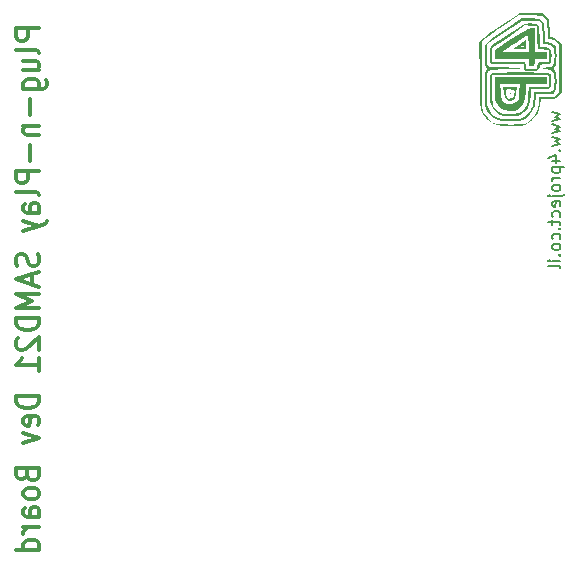
<source format=gbo>
%TF.GenerationSoftware,KiCad,Pcbnew,8.0.6-8.0.6-0~ubuntu22.04.1*%
%TF.CreationDate,2024-11-21T09:47:25+02:00*%
%TF.ProjectId,SAMD21_Dev_Board,53414d44-3231-45f4-9465-765f426f6172,rev?*%
%TF.SameCoordinates,Original*%
%TF.FileFunction,Legend,Bot*%
%TF.FilePolarity,Positive*%
%FSLAX46Y46*%
G04 Gerber Fmt 4.6, Leading zero omitted, Abs format (unit mm)*
G04 Created by KiCad (PCBNEW 8.0.6-8.0.6-0~ubuntu22.04.1) date 2024-11-21 09:47:25*
%MOMM*%
%LPD*%
G01*
G04 APERTURE LIST*
%ADD10C,0.300000*%
%ADD11C,0.200000*%
%ADD12C,0.000000*%
G04 APERTURE END LIST*
D10*
X86353638Y-62585939D02*
X84353638Y-62585939D01*
X84353638Y-62585939D02*
X84353638Y-63271653D01*
X84353638Y-63271653D02*
X84448876Y-63443082D01*
X84448876Y-63443082D02*
X84544114Y-63528796D01*
X84544114Y-63528796D02*
X84734590Y-63614510D01*
X84734590Y-63614510D02*
X85020304Y-63614510D01*
X85020304Y-63614510D02*
X85210780Y-63528796D01*
X85210780Y-63528796D02*
X85306019Y-63443082D01*
X85306019Y-63443082D02*
X85401257Y-63271653D01*
X85401257Y-63271653D02*
X85401257Y-62585939D01*
X86353638Y-64643082D02*
X86258400Y-64471653D01*
X86258400Y-64471653D02*
X86067923Y-64385939D01*
X86067923Y-64385939D02*
X84353638Y-64385939D01*
X85020304Y-66100225D02*
X86353638Y-66100225D01*
X85020304Y-65328796D02*
X86067923Y-65328796D01*
X86067923Y-65328796D02*
X86258400Y-65414510D01*
X86258400Y-65414510D02*
X86353638Y-65585939D01*
X86353638Y-65585939D02*
X86353638Y-65843082D01*
X86353638Y-65843082D02*
X86258400Y-66014510D01*
X86258400Y-66014510D02*
X86163161Y-66100225D01*
X85020304Y-67728796D02*
X86639352Y-67728796D01*
X86639352Y-67728796D02*
X86829828Y-67643081D01*
X86829828Y-67643081D02*
X86925066Y-67557367D01*
X86925066Y-67557367D02*
X87020304Y-67385938D01*
X87020304Y-67385938D02*
X87020304Y-67128796D01*
X87020304Y-67128796D02*
X86925066Y-66957367D01*
X86258400Y-67728796D02*
X86353638Y-67557367D01*
X86353638Y-67557367D02*
X86353638Y-67214510D01*
X86353638Y-67214510D02*
X86258400Y-67043081D01*
X86258400Y-67043081D02*
X86163161Y-66957367D01*
X86163161Y-66957367D02*
X85972685Y-66871653D01*
X85972685Y-66871653D02*
X85401257Y-66871653D01*
X85401257Y-66871653D02*
X85210780Y-66957367D01*
X85210780Y-66957367D02*
X85115542Y-67043081D01*
X85115542Y-67043081D02*
X85020304Y-67214510D01*
X85020304Y-67214510D02*
X85020304Y-67557367D01*
X85020304Y-67557367D02*
X85115542Y-67728796D01*
X85591733Y-68585938D02*
X85591733Y-69957367D01*
X85020304Y-70814509D02*
X86353638Y-70814509D01*
X85210780Y-70814509D02*
X85115542Y-70900223D01*
X85115542Y-70900223D02*
X85020304Y-71071652D01*
X85020304Y-71071652D02*
X85020304Y-71328795D01*
X85020304Y-71328795D02*
X85115542Y-71500223D01*
X85115542Y-71500223D02*
X85306019Y-71585938D01*
X85306019Y-71585938D02*
X86353638Y-71585938D01*
X85591733Y-72443080D02*
X85591733Y-73814509D01*
X86353638Y-74671651D02*
X84353638Y-74671651D01*
X84353638Y-74671651D02*
X84353638Y-75357365D01*
X84353638Y-75357365D02*
X84448876Y-75528794D01*
X84448876Y-75528794D02*
X84544114Y-75614508D01*
X84544114Y-75614508D02*
X84734590Y-75700222D01*
X84734590Y-75700222D02*
X85020304Y-75700222D01*
X85020304Y-75700222D02*
X85210780Y-75614508D01*
X85210780Y-75614508D02*
X85306019Y-75528794D01*
X85306019Y-75528794D02*
X85401257Y-75357365D01*
X85401257Y-75357365D02*
X85401257Y-74671651D01*
X86353638Y-76728794D02*
X86258400Y-76557365D01*
X86258400Y-76557365D02*
X86067923Y-76471651D01*
X86067923Y-76471651D02*
X84353638Y-76471651D01*
X86353638Y-78185937D02*
X85306019Y-78185937D01*
X85306019Y-78185937D02*
X85115542Y-78100222D01*
X85115542Y-78100222D02*
X85020304Y-77928794D01*
X85020304Y-77928794D02*
X85020304Y-77585937D01*
X85020304Y-77585937D02*
X85115542Y-77414508D01*
X86258400Y-78185937D02*
X86353638Y-78014508D01*
X86353638Y-78014508D02*
X86353638Y-77585937D01*
X86353638Y-77585937D02*
X86258400Y-77414508D01*
X86258400Y-77414508D02*
X86067923Y-77328794D01*
X86067923Y-77328794D02*
X85877447Y-77328794D01*
X85877447Y-77328794D02*
X85686971Y-77414508D01*
X85686971Y-77414508D02*
X85591733Y-77585937D01*
X85591733Y-77585937D02*
X85591733Y-78014508D01*
X85591733Y-78014508D02*
X85496495Y-78185937D01*
X85020304Y-78871650D02*
X86353638Y-79300222D01*
X85020304Y-79728793D02*
X86353638Y-79300222D01*
X86353638Y-79300222D02*
X86829828Y-79128793D01*
X86829828Y-79128793D02*
X86925066Y-79043079D01*
X86925066Y-79043079D02*
X87020304Y-78871650D01*
X86258400Y-81700223D02*
X86353638Y-81957366D01*
X86353638Y-81957366D02*
X86353638Y-82385937D01*
X86353638Y-82385937D02*
X86258400Y-82557366D01*
X86258400Y-82557366D02*
X86163161Y-82643080D01*
X86163161Y-82643080D02*
X85972685Y-82728794D01*
X85972685Y-82728794D02*
X85782209Y-82728794D01*
X85782209Y-82728794D02*
X85591733Y-82643080D01*
X85591733Y-82643080D02*
X85496495Y-82557366D01*
X85496495Y-82557366D02*
X85401257Y-82385937D01*
X85401257Y-82385937D02*
X85306019Y-82043080D01*
X85306019Y-82043080D02*
X85210780Y-81871651D01*
X85210780Y-81871651D02*
X85115542Y-81785937D01*
X85115542Y-81785937D02*
X84925066Y-81700223D01*
X84925066Y-81700223D02*
X84734590Y-81700223D01*
X84734590Y-81700223D02*
X84544114Y-81785937D01*
X84544114Y-81785937D02*
X84448876Y-81871651D01*
X84448876Y-81871651D02*
X84353638Y-82043080D01*
X84353638Y-82043080D02*
X84353638Y-82471651D01*
X84353638Y-82471651D02*
X84448876Y-82728794D01*
X85782209Y-83414509D02*
X85782209Y-84271652D01*
X86353638Y-83243080D02*
X84353638Y-83843080D01*
X84353638Y-83843080D02*
X86353638Y-84443080D01*
X86353638Y-85043080D02*
X84353638Y-85043080D01*
X84353638Y-85043080D02*
X85782209Y-85643080D01*
X85782209Y-85643080D02*
X84353638Y-86243080D01*
X84353638Y-86243080D02*
X86353638Y-86243080D01*
X86353638Y-87100223D02*
X84353638Y-87100223D01*
X84353638Y-87100223D02*
X84353638Y-87528794D01*
X84353638Y-87528794D02*
X84448876Y-87785937D01*
X84448876Y-87785937D02*
X84639352Y-87957366D01*
X84639352Y-87957366D02*
X84829828Y-88043080D01*
X84829828Y-88043080D02*
X85210780Y-88128794D01*
X85210780Y-88128794D02*
X85496495Y-88128794D01*
X85496495Y-88128794D02*
X85877447Y-88043080D01*
X85877447Y-88043080D02*
X86067923Y-87957366D01*
X86067923Y-87957366D02*
X86258400Y-87785937D01*
X86258400Y-87785937D02*
X86353638Y-87528794D01*
X86353638Y-87528794D02*
X86353638Y-87100223D01*
X84544114Y-88814509D02*
X84448876Y-88900223D01*
X84448876Y-88900223D02*
X84353638Y-89071652D01*
X84353638Y-89071652D02*
X84353638Y-89500223D01*
X84353638Y-89500223D02*
X84448876Y-89671652D01*
X84448876Y-89671652D02*
X84544114Y-89757366D01*
X84544114Y-89757366D02*
X84734590Y-89843080D01*
X84734590Y-89843080D02*
X84925066Y-89843080D01*
X84925066Y-89843080D02*
X85210780Y-89757366D01*
X85210780Y-89757366D02*
X86353638Y-88728794D01*
X86353638Y-88728794D02*
X86353638Y-89843080D01*
X86353638Y-91557366D02*
X86353638Y-90528795D01*
X86353638Y-91043080D02*
X84353638Y-91043080D01*
X84353638Y-91043080D02*
X84639352Y-90871652D01*
X84639352Y-90871652D02*
X84829828Y-90700223D01*
X84829828Y-90700223D02*
X84925066Y-90528795D01*
X86353638Y-93700224D02*
X84353638Y-93700224D01*
X84353638Y-93700224D02*
X84353638Y-94128795D01*
X84353638Y-94128795D02*
X84448876Y-94385938D01*
X84448876Y-94385938D02*
X84639352Y-94557367D01*
X84639352Y-94557367D02*
X84829828Y-94643081D01*
X84829828Y-94643081D02*
X85210780Y-94728795D01*
X85210780Y-94728795D02*
X85496495Y-94728795D01*
X85496495Y-94728795D02*
X85877447Y-94643081D01*
X85877447Y-94643081D02*
X86067923Y-94557367D01*
X86067923Y-94557367D02*
X86258400Y-94385938D01*
X86258400Y-94385938D02*
X86353638Y-94128795D01*
X86353638Y-94128795D02*
X86353638Y-93700224D01*
X86258400Y-96185938D02*
X86353638Y-96014510D01*
X86353638Y-96014510D02*
X86353638Y-95671653D01*
X86353638Y-95671653D02*
X86258400Y-95500224D01*
X86258400Y-95500224D02*
X86067923Y-95414510D01*
X86067923Y-95414510D02*
X85306019Y-95414510D01*
X85306019Y-95414510D02*
X85115542Y-95500224D01*
X85115542Y-95500224D02*
X85020304Y-95671653D01*
X85020304Y-95671653D02*
X85020304Y-96014510D01*
X85020304Y-96014510D02*
X85115542Y-96185938D01*
X85115542Y-96185938D02*
X85306019Y-96271653D01*
X85306019Y-96271653D02*
X85496495Y-96271653D01*
X85496495Y-96271653D02*
X85686971Y-95414510D01*
X85020304Y-96871652D02*
X86353638Y-97300224D01*
X86353638Y-97300224D02*
X85020304Y-97728795D01*
X85306019Y-100385939D02*
X85401257Y-100643082D01*
X85401257Y-100643082D02*
X85496495Y-100728796D01*
X85496495Y-100728796D02*
X85686971Y-100814510D01*
X85686971Y-100814510D02*
X85972685Y-100814510D01*
X85972685Y-100814510D02*
X86163161Y-100728796D01*
X86163161Y-100728796D02*
X86258400Y-100643082D01*
X86258400Y-100643082D02*
X86353638Y-100471653D01*
X86353638Y-100471653D02*
X86353638Y-99785939D01*
X86353638Y-99785939D02*
X84353638Y-99785939D01*
X84353638Y-99785939D02*
X84353638Y-100385939D01*
X84353638Y-100385939D02*
X84448876Y-100557368D01*
X84448876Y-100557368D02*
X84544114Y-100643082D01*
X84544114Y-100643082D02*
X84734590Y-100728796D01*
X84734590Y-100728796D02*
X84925066Y-100728796D01*
X84925066Y-100728796D02*
X85115542Y-100643082D01*
X85115542Y-100643082D02*
X85210780Y-100557368D01*
X85210780Y-100557368D02*
X85306019Y-100385939D01*
X85306019Y-100385939D02*
X85306019Y-99785939D01*
X86353638Y-101843082D02*
X86258400Y-101671653D01*
X86258400Y-101671653D02*
X86163161Y-101585939D01*
X86163161Y-101585939D02*
X85972685Y-101500225D01*
X85972685Y-101500225D02*
X85401257Y-101500225D01*
X85401257Y-101500225D02*
X85210780Y-101585939D01*
X85210780Y-101585939D02*
X85115542Y-101671653D01*
X85115542Y-101671653D02*
X85020304Y-101843082D01*
X85020304Y-101843082D02*
X85020304Y-102100225D01*
X85020304Y-102100225D02*
X85115542Y-102271653D01*
X85115542Y-102271653D02*
X85210780Y-102357368D01*
X85210780Y-102357368D02*
X85401257Y-102443082D01*
X85401257Y-102443082D02*
X85972685Y-102443082D01*
X85972685Y-102443082D02*
X86163161Y-102357368D01*
X86163161Y-102357368D02*
X86258400Y-102271653D01*
X86258400Y-102271653D02*
X86353638Y-102100225D01*
X86353638Y-102100225D02*
X86353638Y-101843082D01*
X86353638Y-103985939D02*
X85306019Y-103985939D01*
X85306019Y-103985939D02*
X85115542Y-103900224D01*
X85115542Y-103900224D02*
X85020304Y-103728796D01*
X85020304Y-103728796D02*
X85020304Y-103385939D01*
X85020304Y-103385939D02*
X85115542Y-103214510D01*
X86258400Y-103985939D02*
X86353638Y-103814510D01*
X86353638Y-103814510D02*
X86353638Y-103385939D01*
X86353638Y-103385939D02*
X86258400Y-103214510D01*
X86258400Y-103214510D02*
X86067923Y-103128796D01*
X86067923Y-103128796D02*
X85877447Y-103128796D01*
X85877447Y-103128796D02*
X85686971Y-103214510D01*
X85686971Y-103214510D02*
X85591733Y-103385939D01*
X85591733Y-103385939D02*
X85591733Y-103814510D01*
X85591733Y-103814510D02*
X85496495Y-103985939D01*
X86353638Y-104843081D02*
X85020304Y-104843081D01*
X85401257Y-104843081D02*
X85210780Y-104928795D01*
X85210780Y-104928795D02*
X85115542Y-105014510D01*
X85115542Y-105014510D02*
X85020304Y-105185938D01*
X85020304Y-105185938D02*
X85020304Y-105357367D01*
X86353638Y-106728796D02*
X84353638Y-106728796D01*
X86258400Y-106728796D02*
X86353638Y-106557367D01*
X86353638Y-106557367D02*
X86353638Y-106214510D01*
X86353638Y-106214510D02*
X86258400Y-106043081D01*
X86258400Y-106043081D02*
X86163161Y-105957367D01*
X86163161Y-105957367D02*
X85972685Y-105871653D01*
X85972685Y-105871653D02*
X85401257Y-105871653D01*
X85401257Y-105871653D02*
X85210780Y-105957367D01*
X85210780Y-105957367D02*
X85115542Y-106043081D01*
X85115542Y-106043081D02*
X85020304Y-106214510D01*
X85020304Y-106214510D02*
X85020304Y-106557367D01*
X85020304Y-106557367D02*
X85115542Y-106728796D01*
D11*
X129800552Y-69674435D02*
X130467219Y-69864911D01*
X130467219Y-69864911D02*
X129991028Y-70055387D01*
X129991028Y-70055387D02*
X130467219Y-70245863D01*
X130467219Y-70245863D02*
X129800552Y-70436339D01*
X129800552Y-70722054D02*
X130467219Y-70912530D01*
X130467219Y-70912530D02*
X129991028Y-71103006D01*
X129991028Y-71103006D02*
X130467219Y-71293482D01*
X130467219Y-71293482D02*
X129800552Y-71483958D01*
X129800552Y-71769673D02*
X130467219Y-71960149D01*
X130467219Y-71960149D02*
X129991028Y-72150625D01*
X129991028Y-72150625D02*
X130467219Y-72341101D01*
X130467219Y-72341101D02*
X129800552Y-72531577D01*
X130371980Y-72912530D02*
X130419600Y-72960149D01*
X130419600Y-72960149D02*
X130467219Y-72912530D01*
X130467219Y-72912530D02*
X130419600Y-72864911D01*
X130419600Y-72864911D02*
X130371980Y-72912530D01*
X130371980Y-72912530D02*
X130467219Y-72912530D01*
X129800552Y-73817291D02*
X130467219Y-73817291D01*
X129419600Y-73579196D02*
X130133885Y-73341101D01*
X130133885Y-73341101D02*
X130133885Y-73960148D01*
X129800552Y-74341101D02*
X130800552Y-74341101D01*
X129848171Y-74341101D02*
X129800552Y-74436339D01*
X129800552Y-74436339D02*
X129800552Y-74626815D01*
X129800552Y-74626815D02*
X129848171Y-74722053D01*
X129848171Y-74722053D02*
X129895790Y-74769672D01*
X129895790Y-74769672D02*
X129991028Y-74817291D01*
X129991028Y-74817291D02*
X130276742Y-74817291D01*
X130276742Y-74817291D02*
X130371980Y-74769672D01*
X130371980Y-74769672D02*
X130419600Y-74722053D01*
X130419600Y-74722053D02*
X130467219Y-74626815D01*
X130467219Y-74626815D02*
X130467219Y-74436339D01*
X130467219Y-74436339D02*
X130419600Y-74341101D01*
X130467219Y-75245863D02*
X129800552Y-75245863D01*
X129991028Y-75245863D02*
X129895790Y-75293482D01*
X129895790Y-75293482D02*
X129848171Y-75341101D01*
X129848171Y-75341101D02*
X129800552Y-75436339D01*
X129800552Y-75436339D02*
X129800552Y-75531577D01*
X130467219Y-76007768D02*
X130419600Y-75912530D01*
X130419600Y-75912530D02*
X130371980Y-75864911D01*
X130371980Y-75864911D02*
X130276742Y-75817292D01*
X130276742Y-75817292D02*
X129991028Y-75817292D01*
X129991028Y-75817292D02*
X129895790Y-75864911D01*
X129895790Y-75864911D02*
X129848171Y-75912530D01*
X129848171Y-75912530D02*
X129800552Y-76007768D01*
X129800552Y-76007768D02*
X129800552Y-76150625D01*
X129800552Y-76150625D02*
X129848171Y-76245863D01*
X129848171Y-76245863D02*
X129895790Y-76293482D01*
X129895790Y-76293482D02*
X129991028Y-76341101D01*
X129991028Y-76341101D02*
X130276742Y-76341101D01*
X130276742Y-76341101D02*
X130371980Y-76293482D01*
X130371980Y-76293482D02*
X130419600Y-76245863D01*
X130419600Y-76245863D02*
X130467219Y-76150625D01*
X130467219Y-76150625D02*
X130467219Y-76007768D01*
X129800552Y-76769673D02*
X130657695Y-76769673D01*
X130657695Y-76769673D02*
X130752933Y-76722054D01*
X130752933Y-76722054D02*
X130800552Y-76626816D01*
X130800552Y-76626816D02*
X130800552Y-76579197D01*
X129467219Y-76769673D02*
X129514838Y-76722054D01*
X129514838Y-76722054D02*
X129562457Y-76769673D01*
X129562457Y-76769673D02*
X129514838Y-76817292D01*
X129514838Y-76817292D02*
X129467219Y-76769673D01*
X129467219Y-76769673D02*
X129562457Y-76769673D01*
X130419600Y-77626815D02*
X130467219Y-77531577D01*
X130467219Y-77531577D02*
X130467219Y-77341101D01*
X130467219Y-77341101D02*
X130419600Y-77245863D01*
X130419600Y-77245863D02*
X130324361Y-77198244D01*
X130324361Y-77198244D02*
X129943409Y-77198244D01*
X129943409Y-77198244D02*
X129848171Y-77245863D01*
X129848171Y-77245863D02*
X129800552Y-77341101D01*
X129800552Y-77341101D02*
X129800552Y-77531577D01*
X129800552Y-77531577D02*
X129848171Y-77626815D01*
X129848171Y-77626815D02*
X129943409Y-77674434D01*
X129943409Y-77674434D02*
X130038647Y-77674434D01*
X130038647Y-77674434D02*
X130133885Y-77198244D01*
X130419600Y-78531577D02*
X130467219Y-78436339D01*
X130467219Y-78436339D02*
X130467219Y-78245863D01*
X130467219Y-78245863D02*
X130419600Y-78150625D01*
X130419600Y-78150625D02*
X130371980Y-78103006D01*
X130371980Y-78103006D02*
X130276742Y-78055387D01*
X130276742Y-78055387D02*
X129991028Y-78055387D01*
X129991028Y-78055387D02*
X129895790Y-78103006D01*
X129895790Y-78103006D02*
X129848171Y-78150625D01*
X129848171Y-78150625D02*
X129800552Y-78245863D01*
X129800552Y-78245863D02*
X129800552Y-78436339D01*
X129800552Y-78436339D02*
X129848171Y-78531577D01*
X129800552Y-78817292D02*
X129800552Y-79198244D01*
X129467219Y-78960149D02*
X130324361Y-78960149D01*
X130324361Y-78960149D02*
X130419600Y-79007768D01*
X130419600Y-79007768D02*
X130467219Y-79103006D01*
X130467219Y-79103006D02*
X130467219Y-79198244D01*
X130371980Y-79531578D02*
X130419600Y-79579197D01*
X130419600Y-79579197D02*
X130467219Y-79531578D01*
X130467219Y-79531578D02*
X130419600Y-79483959D01*
X130419600Y-79483959D02*
X130371980Y-79531578D01*
X130371980Y-79531578D02*
X130467219Y-79531578D01*
X130419600Y-80436339D02*
X130467219Y-80341101D01*
X130467219Y-80341101D02*
X130467219Y-80150625D01*
X130467219Y-80150625D02*
X130419600Y-80055387D01*
X130419600Y-80055387D02*
X130371980Y-80007768D01*
X130371980Y-80007768D02*
X130276742Y-79960149D01*
X130276742Y-79960149D02*
X129991028Y-79960149D01*
X129991028Y-79960149D02*
X129895790Y-80007768D01*
X129895790Y-80007768D02*
X129848171Y-80055387D01*
X129848171Y-80055387D02*
X129800552Y-80150625D01*
X129800552Y-80150625D02*
X129800552Y-80341101D01*
X129800552Y-80341101D02*
X129848171Y-80436339D01*
X130467219Y-81007768D02*
X130419600Y-80912530D01*
X130419600Y-80912530D02*
X130371980Y-80864911D01*
X130371980Y-80864911D02*
X130276742Y-80817292D01*
X130276742Y-80817292D02*
X129991028Y-80817292D01*
X129991028Y-80817292D02*
X129895790Y-80864911D01*
X129895790Y-80864911D02*
X129848171Y-80912530D01*
X129848171Y-80912530D02*
X129800552Y-81007768D01*
X129800552Y-81007768D02*
X129800552Y-81150625D01*
X129800552Y-81150625D02*
X129848171Y-81245863D01*
X129848171Y-81245863D02*
X129895790Y-81293482D01*
X129895790Y-81293482D02*
X129991028Y-81341101D01*
X129991028Y-81341101D02*
X130276742Y-81341101D01*
X130276742Y-81341101D02*
X130371980Y-81293482D01*
X130371980Y-81293482D02*
X130419600Y-81245863D01*
X130419600Y-81245863D02*
X130467219Y-81150625D01*
X130467219Y-81150625D02*
X130467219Y-81007768D01*
X130371980Y-81769673D02*
X130419600Y-81817292D01*
X130419600Y-81817292D02*
X130467219Y-81769673D01*
X130467219Y-81769673D02*
X130419600Y-81722054D01*
X130419600Y-81722054D02*
X130371980Y-81769673D01*
X130371980Y-81769673D02*
X130467219Y-81769673D01*
X130467219Y-82245863D02*
X129800552Y-82245863D01*
X129467219Y-82245863D02*
X129514838Y-82198244D01*
X129514838Y-82198244D02*
X129562457Y-82245863D01*
X129562457Y-82245863D02*
X129514838Y-82293482D01*
X129514838Y-82293482D02*
X129467219Y-82245863D01*
X129467219Y-82245863D02*
X129562457Y-82245863D01*
X130467219Y-82864910D02*
X130419600Y-82769672D01*
X130419600Y-82769672D02*
X130324361Y-82722053D01*
X130324361Y-82722053D02*
X129467219Y-82722053D01*
D12*
%TO.C,G\u002A\u002A\u002A*%
G36*
X126259476Y-68091687D02*
G01*
X126253365Y-68136509D01*
X126203031Y-68148131D01*
X126192898Y-68135722D01*
X126203031Y-68035242D01*
X126228497Y-68021997D01*
X126259476Y-68091687D01*
G37*
G36*
X127529476Y-63982199D02*
G01*
X127529476Y-64366354D01*
X126965031Y-64366354D01*
X126958611Y-64366352D01*
X126682224Y-64362242D01*
X126494538Y-64351759D01*
X126435864Y-64337128D01*
X126440667Y-64333441D01*
X126542496Y-64262555D01*
X126674124Y-64173062D01*
X127028531Y-64173062D01*
X127046791Y-64187993D01*
X127176698Y-64197020D01*
X127289112Y-64173441D01*
X127360142Y-64059653D01*
X127359078Y-64022276D01*
X127325302Y-63967097D01*
X127211976Y-64035695D01*
X127116716Y-64108005D01*
X127028531Y-64173062D01*
X126674124Y-64173062D01*
X126741541Y-64127226D01*
X127000309Y-63952973D01*
X127325302Y-63734990D01*
X127529476Y-63598044D01*
X127529476Y-63982199D01*
G37*
G36*
X126217142Y-67583687D02*
G01*
X126789020Y-67583687D01*
X126746826Y-68022805D01*
X126729359Y-68148246D01*
X126620033Y-68473622D01*
X126442374Y-68690296D01*
X126217142Y-68769020D01*
X126139306Y-68760200D01*
X125927389Y-68633010D01*
X125769852Y-68377462D01*
X125687458Y-68022805D01*
X125685941Y-68007020D01*
X125836142Y-68007020D01*
X125871808Y-68214391D01*
X125991188Y-68418755D01*
X126158524Y-68533270D01*
X126336122Y-68519313D01*
X126430450Y-68451207D01*
X126545848Y-68298781D01*
X126576751Y-68178407D01*
X126598142Y-67957762D01*
X126596871Y-67907441D01*
X126564033Y-67805466D01*
X126452516Y-67762085D01*
X126217142Y-67753020D01*
X126073406Y-67754456D01*
X125910957Y-67776856D01*
X125847187Y-67850832D01*
X125836142Y-68007020D01*
X125685941Y-68007020D01*
X125645265Y-67583687D01*
X126217142Y-67583687D01*
G37*
G36*
X126217142Y-66737020D02*
G01*
X127106142Y-66737020D01*
X129307476Y-66737020D01*
X129307476Y-67033354D01*
X129307476Y-67329687D01*
X128418476Y-67329687D01*
X127529476Y-67329687D01*
X127529476Y-67946747D01*
X127474593Y-68530800D01*
X127311636Y-68997155D01*
X127044887Y-69337007D01*
X126678628Y-69544912D01*
X126217142Y-69615424D01*
X126183889Y-69615088D01*
X125730423Y-69531536D01*
X125364156Y-69304986D01*
X125095309Y-68941580D01*
X125040622Y-68825874D01*
X124971176Y-68627135D01*
X124929849Y-68395186D01*
X124909955Y-68084715D01*
X124904809Y-67650414D01*
X124904809Y-67329687D01*
X125394301Y-67329687D01*
X125426828Y-67973830D01*
X125430734Y-68048248D01*
X125455393Y-68360782D01*
X125497411Y-68561398D01*
X125572107Y-68698502D01*
X125694804Y-68820497D01*
X125755735Y-68868508D01*
X126081039Y-69008829D01*
X126422494Y-68992825D01*
X126739480Y-68820497D01*
X126766654Y-68796718D01*
X126879257Y-68675577D01*
X126946711Y-68530319D01*
X126984337Y-68312538D01*
X127007456Y-67973830D01*
X127039984Y-67329687D01*
X126217142Y-67329687D01*
X125394301Y-67329687D01*
X124904809Y-67329687D01*
X124904809Y-66737020D01*
X126217142Y-66737020D01*
G37*
G36*
X128291476Y-63604354D02*
G01*
X128291476Y-64620354D01*
X128799476Y-64620354D01*
X129307476Y-64620354D01*
X129307476Y-64916687D01*
X129307476Y-65213020D01*
X128799476Y-65213020D01*
X128291476Y-65213020D01*
X128291476Y-65509354D01*
X128278123Y-65705377D01*
X128208128Y-65789167D01*
X128037476Y-65805687D01*
X127869455Y-65790109D01*
X127797635Y-65708448D01*
X127783476Y-65509354D01*
X127783476Y-65213020D01*
X126344142Y-65213020D01*
X124904809Y-65213020D01*
X124904809Y-64833258D01*
X124904809Y-64586355D01*
X125504531Y-64586355D01*
X125508331Y-64590332D01*
X125621091Y-64602129D01*
X125864635Y-64611659D01*
X126209534Y-64618031D01*
X126626364Y-64620354D01*
X127783476Y-64620354D01*
X127783476Y-63853357D01*
X127779136Y-63508181D01*
X127762290Y-63269406D01*
X127729568Y-63157515D01*
X127677642Y-63150400D01*
X127555008Y-63228255D01*
X127331567Y-63373482D01*
X127038320Y-63565639D01*
X126705475Y-63784768D01*
X126363239Y-64010906D01*
X126041820Y-64224095D01*
X125771423Y-64404373D01*
X125582258Y-64531780D01*
X125504531Y-64586355D01*
X124904809Y-64586355D01*
X124904809Y-64453495D01*
X126299958Y-63520924D01*
X126731233Y-63235291D01*
X127142164Y-62972190D01*
X127453270Y-62787272D01*
X127677642Y-62673017D01*
X127685116Y-62669211D01*
X127858267Y-62606680D01*
X127993291Y-62588354D01*
X128291476Y-62588354D01*
X128291476Y-63604354D01*
G37*
G36*
X127895030Y-66311689D02*
G01*
X128197289Y-66317473D01*
X128421512Y-66321763D01*
X128884646Y-66337160D01*
X129257958Y-66357880D01*
X129514970Y-66383922D01*
X129629209Y-66415287D01*
X129661213Y-66468811D01*
X129707732Y-66673845D01*
X129727792Y-66955622D01*
X129721391Y-67253143D01*
X129688530Y-67505409D01*
X129629209Y-67651420D01*
X129626056Y-67654369D01*
X129473996Y-67707785D01*
X129172630Y-67741364D01*
X128740209Y-67753020D01*
X127952809Y-67753020D01*
X127952337Y-68197520D01*
X127952282Y-68213591D01*
X127889571Y-68807153D01*
X127713508Y-69298915D01*
X127431090Y-69675500D01*
X127049315Y-69923533D01*
X126863626Y-69978189D01*
X126493945Y-70025982D01*
X126077335Y-70032804D01*
X125684206Y-69998654D01*
X125384970Y-69923533D01*
X125355918Y-69910787D01*
X125024156Y-69680774D01*
X124746010Y-69343680D01*
X124569868Y-68956891D01*
X124566637Y-68944808D01*
X124527155Y-68705595D01*
X124499937Y-68367998D01*
X124484786Y-67970212D01*
X124481502Y-67550432D01*
X124489888Y-67146854D01*
X124509744Y-66797674D01*
X124540873Y-66541086D01*
X124546151Y-66525354D01*
X124693142Y-66525354D01*
X124693142Y-67768207D01*
X124694540Y-68123174D01*
X124706810Y-68567960D01*
X124739954Y-68894818D01*
X124803713Y-69135239D01*
X124907827Y-69320714D01*
X125062036Y-69482734D01*
X125276082Y-69652789D01*
X125422382Y-69729385D01*
X125748725Y-69810030D01*
X126143080Y-69842693D01*
X126547845Y-69827374D01*
X126905419Y-69764073D01*
X127158202Y-69652789D01*
X127274780Y-69561789D01*
X127501002Y-69337272D01*
X127644308Y-69084619D01*
X127725827Y-68757141D01*
X127766686Y-68308150D01*
X127804411Y-67589380D01*
X128661777Y-67565367D01*
X129519142Y-67541354D01*
X129544565Y-67053496D01*
X129549916Y-66842042D01*
X129526024Y-66616575D01*
X129458696Y-66522932D01*
X129456602Y-66522247D01*
X129336158Y-66511974D01*
X129070779Y-66504259D01*
X128683484Y-66499293D01*
X128197289Y-66497266D01*
X127635213Y-66498368D01*
X127020274Y-66502790D01*
X124693142Y-66525354D01*
X124546151Y-66525354D01*
X124583075Y-66415287D01*
X124659860Y-66390205D01*
X124888463Y-66363020D01*
X125239046Y-66341158D01*
X125685134Y-66324619D01*
X126200252Y-66313403D01*
X126757924Y-66307509D01*
X127331675Y-66306938D01*
X127895030Y-66311689D01*
G37*
G36*
X128227485Y-62174624D02*
G01*
X128476537Y-62211273D01*
X128613209Y-62266620D01*
X128624524Y-62281157D01*
X128674217Y-62457270D01*
X128704545Y-62793418D01*
X128714809Y-63282620D01*
X128714809Y-64197020D01*
X129121209Y-64197020D01*
X129249421Y-64201837D01*
X129488696Y-64238229D01*
X129629209Y-64298620D01*
X129672958Y-64391237D01*
X129714799Y-64619307D01*
X129730809Y-64916687D01*
X129721195Y-65148690D01*
X129684560Y-65398017D01*
X129629209Y-65534754D01*
X129579094Y-65565602D01*
X129382805Y-65616323D01*
X129121209Y-65636354D01*
X129000952Y-65637432D01*
X128812882Y-65655836D01*
X128732052Y-65713415D01*
X128714809Y-65831087D01*
X128700689Y-65964129D01*
X128602363Y-66120837D01*
X128389417Y-66204361D01*
X128037476Y-66229020D01*
X127811021Y-66220725D01*
X127544283Y-66162958D01*
X127402115Y-66037852D01*
X127360142Y-65831087D01*
X127360142Y-65636354D01*
X126022409Y-65636354D01*
X125920563Y-65636223D01*
X125359084Y-65628956D01*
X124955443Y-65610077D01*
X124699991Y-65578903D01*
X124583075Y-65534753D01*
X124534903Y-65424304D01*
X124495833Y-65172938D01*
X124481476Y-64829845D01*
X124481211Y-64642135D01*
X124489425Y-64458683D01*
X124522576Y-64305143D01*
X124557313Y-64239354D01*
X124693142Y-64239354D01*
X124693142Y-64832020D01*
X124693142Y-65424687D01*
X126106095Y-65447877D01*
X127519049Y-65471067D01*
X127545429Y-65744210D01*
X127546123Y-65751392D01*
X127569205Y-65904446D01*
X127629412Y-65983481D01*
X127770812Y-66012963D01*
X128037476Y-66017354D01*
X128047470Y-66017353D01*
X128309859Y-66012526D01*
X128448266Y-65981923D01*
X128506749Y-65901262D01*
X128529369Y-65746261D01*
X128530593Y-65733692D01*
X128554709Y-65585496D01*
X128618413Y-65505601D01*
X128764901Y-65468811D01*
X129037369Y-65449928D01*
X129519142Y-65424687D01*
X129544003Y-64955659D01*
X129548894Y-64762210D01*
X129537769Y-64538203D01*
X129508725Y-64426492D01*
X129453083Y-64403902D01*
X129263284Y-64376890D01*
X128999718Y-64366354D01*
X128550849Y-64366354D01*
X128526996Y-63371520D01*
X128503142Y-62376687D01*
X127995142Y-62358118D01*
X127487142Y-62339550D01*
X126090142Y-63289452D01*
X124693142Y-64239354D01*
X124557313Y-64239354D01*
X124597208Y-64163795D01*
X124729868Y-64016919D01*
X124937104Y-63846794D01*
X125235461Y-63635701D01*
X125641486Y-63365920D01*
X126171725Y-63019731D01*
X126351955Y-62902134D01*
X126769858Y-62631650D01*
X127082335Y-62437039D01*
X127316040Y-62305813D01*
X127487142Y-62230125D01*
X127497632Y-62225485D01*
X127653767Y-62183569D01*
X127811102Y-62167576D01*
X127996292Y-62165020D01*
X128227485Y-62174624D01*
G37*
G36*
X129282278Y-61588962D02*
G01*
X129287007Y-61593548D01*
X129419045Y-61729246D01*
X129500050Y-61852891D01*
X129542483Y-62009828D01*
X129558804Y-62245403D01*
X129561476Y-62604962D01*
X129561476Y-63350354D01*
X129790278Y-63350354D01*
X130032468Y-63422369D01*
X130298278Y-63620962D01*
X130577476Y-63891571D01*
X130577476Y-65966432D01*
X130577476Y-68041292D01*
X130306867Y-68320489D01*
X130250605Y-68377703D01*
X130108072Y-68500846D01*
X129959966Y-68567324D01*
X129751722Y-68594488D01*
X129428774Y-68599687D01*
X128821291Y-68599687D01*
X128763377Y-69036260D01*
X128757401Y-69079835D01*
X128685850Y-69429781D01*
X128564746Y-69717541D01*
X128364634Y-69996591D01*
X128056058Y-70320410D01*
X127952822Y-70418211D01*
X127703224Y-70617530D01*
X127444768Y-70751352D01*
X127137542Y-70831859D01*
X126741637Y-70871230D01*
X126217142Y-70881647D01*
X125995384Y-70880260D01*
X125525629Y-70860032D01*
X125168946Y-70806114D01*
X124885425Y-70706325D01*
X124635155Y-70548484D01*
X124378226Y-70320410D01*
X124213880Y-70160581D01*
X124062862Y-70006103D01*
X123943040Y-69858613D01*
X123850600Y-69698523D01*
X123781728Y-69506243D01*
X123732611Y-69262188D01*
X123699432Y-68946767D01*
X123678380Y-68540395D01*
X123665639Y-68023481D01*
X123657395Y-67376440D01*
X123650899Y-66691919D01*
X123807654Y-66691919D01*
X123807966Y-67437020D01*
X123810389Y-68034975D01*
X123815876Y-68504637D01*
X123825379Y-68864856D01*
X123839853Y-69134482D01*
X123860250Y-69332369D01*
X123887522Y-69477365D01*
X123922622Y-69588323D01*
X123966504Y-69684094D01*
X124025827Y-69789378D01*
X124358410Y-70202671D01*
X124817814Y-70576369D01*
X124841383Y-70589925D01*
X125057592Y-70652461D01*
X125393407Y-70696646D01*
X125807691Y-70722479D01*
X126259313Y-70729960D01*
X126707135Y-70719090D01*
X127110026Y-70689868D01*
X127426849Y-70642294D01*
X127616470Y-70576369D01*
X127987462Y-70291844D01*
X128350700Y-69878629D01*
X128561830Y-69419601D01*
X128630142Y-68899393D01*
X128630142Y-68430354D01*
X129291635Y-68430354D01*
X129446121Y-68429780D01*
X129732602Y-68419163D01*
X129917758Y-68385165D01*
X130050049Y-68314955D01*
X130177937Y-68195704D01*
X130402745Y-67961054D01*
X130403057Y-65965591D01*
X130403369Y-63970128D01*
X130168289Y-63744908D01*
X129976532Y-63602714D01*
X129662676Y-63519687D01*
X129392142Y-63519687D01*
X129392142Y-62731194D01*
X129392142Y-62726948D01*
X129389171Y-62354821D01*
X129373758Y-62109597D01*
X129336085Y-61949261D01*
X129266331Y-61831798D01*
X129154676Y-61715194D01*
X129082787Y-61648705D01*
X128976152Y-61572451D01*
X128845713Y-61525080D01*
X128655089Y-61499734D01*
X128367899Y-61489556D01*
X127947764Y-61487687D01*
X126978318Y-61487687D01*
X125624063Y-62387105D01*
X125191480Y-62677471D01*
X124785099Y-62956109D01*
X124439758Y-63198835D01*
X124182357Y-63386740D01*
X124039797Y-63500909D01*
X123809785Y-63715295D01*
X123807746Y-66543398D01*
X123807654Y-66691919D01*
X123650899Y-66691919D01*
X123649834Y-66579681D01*
X123622525Y-63755343D01*
X123819167Y-63542343D01*
X123841213Y-63520687D01*
X124003910Y-63388030D01*
X124277141Y-63184570D01*
X124636595Y-62927755D01*
X125057964Y-62635032D01*
X125516938Y-62323848D01*
X126978318Y-61344978D01*
X127018066Y-61318354D01*
X128010574Y-61318354D01*
X129003081Y-61318354D01*
X129282278Y-61588962D01*
G37*
G36*
X127946142Y-61741687D02*
G01*
X127989273Y-61741687D01*
X128147269Y-61742272D01*
X128470439Y-61752148D01*
X128682483Y-61780583D01*
X128825649Y-61835740D01*
X128942185Y-61925779D01*
X129024206Y-62013498D01*
X129085286Y-62127541D01*
X129119643Y-62294385D01*
X129134765Y-62552855D01*
X129138142Y-62941779D01*
X129138142Y-63773687D01*
X129450185Y-63773687D01*
X129671130Y-63801376D01*
X129958185Y-63957779D01*
X130018622Y-64019376D01*
X130090784Y-64131538D01*
X130131704Y-64288685D01*
X130149963Y-64532236D01*
X130154142Y-64903612D01*
X130150516Y-65196832D01*
X130129876Y-65501752D01*
X130086180Y-65697746D01*
X130014020Y-65820187D01*
X129950104Y-65895680D01*
X129920370Y-66000837D01*
X130014020Y-66129854D01*
X130064300Y-66202591D01*
X130117884Y-66370474D01*
X130145996Y-66635943D01*
X130154142Y-67034563D01*
X130153644Y-67179556D01*
X130144010Y-67505280D01*
X130115720Y-67718962D01*
X130060494Y-67863152D01*
X129970050Y-67980397D01*
X129933122Y-68018009D01*
X129820203Y-68101803D01*
X129669826Y-68149673D01*
X129438079Y-68171297D01*
X129081050Y-68176354D01*
X128376142Y-68176354D01*
X128375670Y-68536187D01*
X128373295Y-68661254D01*
X128301317Y-69159299D01*
X128113588Y-69575990D01*
X127789230Y-69962095D01*
X127710764Y-70036679D01*
X127482874Y-70224369D01*
X127254153Y-70347882D01*
X126982607Y-70419931D01*
X126626240Y-70453230D01*
X126143059Y-70460494D01*
X125650229Y-70433720D01*
X125196311Y-70331689D01*
X124827875Y-70139597D01*
X124506535Y-69842959D01*
X124441750Y-69766196D01*
X124301076Y-69562698D01*
X124198750Y-69333868D01*
X124129056Y-69050963D01*
X124086280Y-68685238D01*
X124064704Y-68207949D01*
X124059603Y-67690675D01*
X124227475Y-67690675D01*
X124228917Y-67930131D01*
X124239762Y-68388131D01*
X124259497Y-68784836D01*
X124286046Y-69084242D01*
X124317335Y-69250342D01*
X124403474Y-69418062D01*
X124623801Y-69707598D01*
X124899974Y-69979473D01*
X125175771Y-70173244D01*
X125248032Y-70202270D01*
X125522316Y-70257264D01*
X125890719Y-70288326D01*
X126300891Y-70295455D01*
X126700481Y-70278650D01*
X127037139Y-70237914D01*
X127258513Y-70173244D01*
X127433301Y-70060443D01*
X127715781Y-69809412D01*
X127962404Y-69519230D01*
X128116949Y-69250342D01*
X128152268Y-69115986D01*
X128191537Y-68829387D01*
X128206809Y-68509508D01*
X128206809Y-68007020D01*
X128955687Y-68007020D01*
X129272606Y-68003041D01*
X129603147Y-67970599D01*
X129811833Y-67882642D01*
X129926468Y-67712468D01*
X129974858Y-67433369D01*
X129984809Y-67018642D01*
X129973555Y-66658002D01*
X129920098Y-66356671D01*
X129805838Y-66174094D01*
X129612542Y-66083892D01*
X129321975Y-66059687D01*
X129233152Y-66056958D01*
X129044125Y-66027132D01*
X128968809Y-65975020D01*
X128983288Y-65951541D01*
X129114061Y-65907732D01*
X129336687Y-65890354D01*
X129630041Y-65857537D01*
X129844687Y-65735520D01*
X129873216Y-65699250D01*
X129939297Y-65541038D01*
X129974452Y-65287431D01*
X129984809Y-64901976D01*
X129973555Y-64541336D01*
X129920098Y-64240004D01*
X129805838Y-64057427D01*
X129612542Y-63967225D01*
X129321975Y-63943020D01*
X128968809Y-63943020D01*
X128968809Y-63067142D01*
X128968660Y-62954014D01*
X128958337Y-62524728D01*
X128914990Y-62232919D01*
X128815358Y-62052437D01*
X128636180Y-61957133D01*
X128354195Y-61920855D01*
X127946142Y-61917454D01*
X127233142Y-61923888D01*
X125751476Y-62912757D01*
X124269809Y-63901625D01*
X124245444Y-64737622D01*
X124236987Y-65036984D01*
X124239868Y-65361011D01*
X124279816Y-65590547D01*
X124378869Y-65741865D01*
X124559067Y-65831234D01*
X124842450Y-65874925D01*
X125251058Y-65889208D01*
X125806931Y-65890354D01*
X125902524Y-65890506D01*
X126408039Y-65897614D01*
X126786510Y-65914679D01*
X127023893Y-65940786D01*
X127106142Y-65975020D01*
X127103804Y-65981250D01*
X126994731Y-66014193D01*
X126732864Y-66038857D01*
X126332249Y-66054327D01*
X125806931Y-66059687D01*
X125340282Y-66061329D01*
X124967245Y-66068690D01*
X124710926Y-66084734D01*
X124543858Y-66112417D01*
X124438572Y-66154694D01*
X124367598Y-66214520D01*
X124334348Y-66258623D01*
X124289105Y-66366911D01*
X124258335Y-66537521D01*
X124239499Y-66797192D01*
X124230058Y-67172664D01*
X124227475Y-67690675D01*
X124059603Y-67690675D01*
X124058614Y-67590354D01*
X124059191Y-67298294D01*
X124065047Y-66862290D01*
X124079308Y-66554371D01*
X124104548Y-66347609D01*
X124143342Y-66215079D01*
X124198264Y-66129854D01*
X124262181Y-66054360D01*
X124291915Y-65949203D01*
X124198264Y-65820187D01*
X124195705Y-65817327D01*
X124128401Y-65702897D01*
X124086204Y-65521124D01*
X124064367Y-65238128D01*
X124058142Y-64820027D01*
X124057844Y-64713618D01*
X124058108Y-64443062D01*
X124072297Y-64226359D01*
X124116085Y-64044746D01*
X124205144Y-63879456D01*
X124355147Y-63711725D01*
X124581768Y-63522790D01*
X124900679Y-63293884D01*
X125327553Y-63006244D01*
X125878063Y-62641105D01*
X127232318Y-61741687D01*
X127946142Y-61741687D01*
G37*
%TD*%
M02*

</source>
